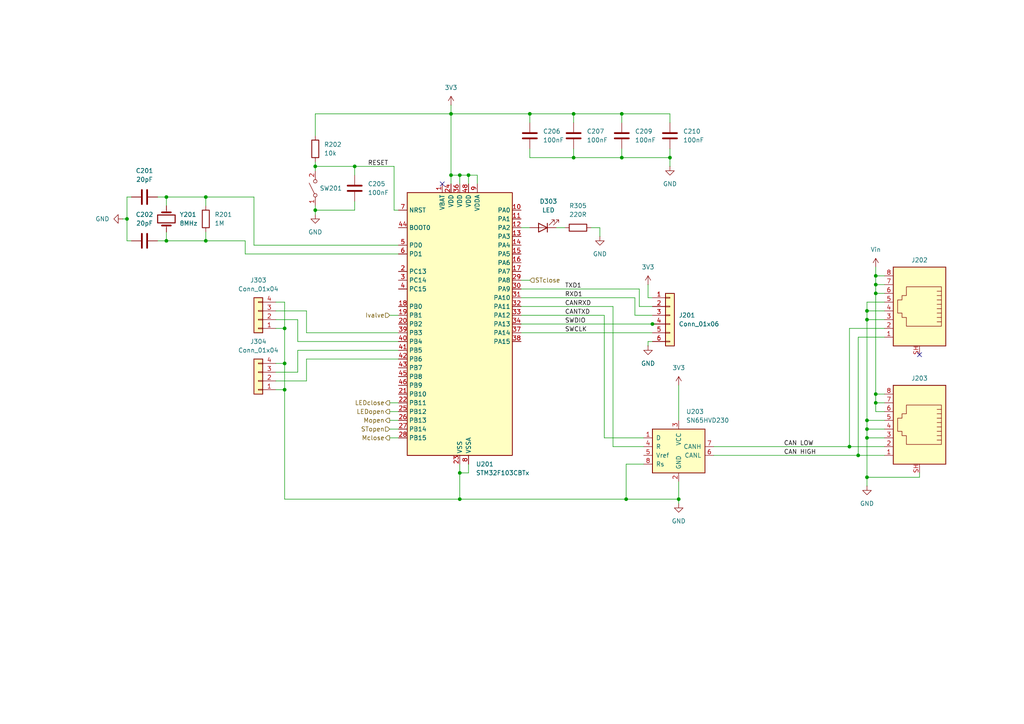
<source format=kicad_sch>
(kicad_sch (version 20250114) (generator "eeschema") (generator_version "9.0")
  (paper "A4")
  (lib_symbols
    (symbol "Connector:RJ45_Shielded" (pin_names (offset 1.016))
      (property "Reference" "J" (at -5.08 13.97 0))
      (property "Value" "RJ45_Shielded" (at 2.54 13.97 0))
      (symbol "RJ45_Shielded_0_1"
        (polyline (pts (xy -6.35 1.905) (xy -5.08 1.905) (xy -5.08 1.905)))
        (polyline (pts (xy -6.35 0.635) (xy -5.08 0.635) (xy -5.08 0.635)))
        (polyline (pts (xy -6.35 -0.635) (xy -5.08 -0.635) (xy -5.08 -0.635)))
        (polyline (pts (xy -6.35 -1.905) (xy -5.08 -1.905) (xy -5.08 -1.905)))
        (polyline (pts (xy -6.35 -3.175) (xy -5.08 -3.175) (xy -5.08 -3.175)))
        (polyline (pts (xy -6.35 -4.445) (xy -6.35 6.985) (xy 3.81 6.985) (xy 3.81 4.445) (xy 5.08 4.445) (xy 5.08 3.175) (xy 6.35 3.175) (xy 6.35 -0.635) (xy 5.08 -0.635) (xy 5.08 -1.905) (xy 3.81 -1.905) (xy 3.81 -4.445) (xy -6.35 -4.445) (xy -6.35 -4.445)))
        (polyline (pts (xy -5.08 5.715) (xy -6.35 5.715)))
        (polyline (pts (xy -5.08 4.445) (xy -6.35 4.445)))
        (polyline (pts (xy -5.08 3.175) (xy -6.35 3.175) (xy -6.35 3.175)))
        (rectangle (start 7.62 12.7) (end -7.62 -10.16) (stroke (width 0.254)) (fill (type background)))
      )
      (symbol "RJ45_Shielded_1_1"
        (pin passive line (at 0 -12.7 90) (length 2.54) (name "~") (number "SH"))
        (pin passive line (at 10.16 10.16 180) (length 2.54) (name "~") (number "8"))
        (pin passive line (at 10.16 7.62 180) (length 2.54) (name "~") (number "7"))
        (pin passive line (at 10.16 5.08 180) (length 2.54) (name "~") (number "6"))
        (pin passive line (at 10.16 2.54 180) (length 2.54) (name "~") (number "5"))
        (pin passive line (at 10.16 0 180) (length 2.54) (name "~") (number "4"))
        (pin passive line (at 10.16 -2.54 180) (length 2.54) (name "~") (number "3"))
        (pin passive line (at 10.16 -5.08 180) (length 2.54) (name "~") (number "2"))
        (pin passive line (at 10.16 -7.62 180) (length 2.54) (name "~") (number "1"))
      )
    )
    (symbol "Connector_Generic:Conn_01x04" (pin_names (offset 1.016) (hide yes))
      (property "Reference" "J" (at 0 5.08 0))
      (property "Value" "Conn_01x04" (at 0 -7.62 0))
      (symbol "Conn_01x04_1_1"
        (rectangle (start -1.27 3.81) (end 1.27 -6.35) (stroke (width 0.254)) (fill (type background)))
        (rectangle (start -1.27 2.667) (end 0 2.413) (stroke (width 0.1524)))
        (rectangle (start -1.27 0.127) (end 0 -0.127) (stroke (width 0.1524)))
        (rectangle (start -1.27 -2.413) (end 0 -2.667) (stroke (width 0.1524)))
        (rectangle (start -1.27 -4.953) (end 0 -5.207) (stroke (width 0.1524)))
        (pin passive line (at -5.08 2.54 0) (length 3.81) (name "Pin_1") (number "1"))
        (pin passive line (at -5.08 0 0) (length 3.81) (name "Pin_2") (number "2"))
        (pin passive line (at -5.08 -2.54 0) (length 3.81) (name "Pin_3") (number "3"))
        (pin passive line (at -5.08 -5.08 0) (length 3.81) (name "Pin_4") (number "4"))
      )
    )
    (symbol "Connector_Generic:Conn_01x06" (pin_names (offset 1.016) (hide yes))
      (property "Reference" "J" (at 0 7.62 0))
      (property "Value" "Conn_01x06" (at 0 -10.16 0))
      (symbol "Conn_01x06_1_1"
        (rectangle (start -1.27 6.35) (end 1.27 -8.89) (stroke (width 0.254)) (fill (type background)))
        (rectangle (start -1.27 5.207) (end 0 4.953) (stroke (width 0.1524)))
        (rectangle (start -1.27 2.667) (end 0 2.413) (stroke (width 0.1524)))
        (rectangle (start -1.27 0.127) (end 0 -0.127) (stroke (width 0.1524)))
        (rectangle (start -1.27 -2.413) (end 0 -2.667) (stroke (width 0.1524)))
        (rectangle (start -1.27 -4.953) (end 0 -5.207) (stroke (width 0.1524)))
        (rectangle (start -1.27 -7.493) (end 0 -7.747) (stroke (width 0.1524)))
        (pin passive line (at -5.08 5.08 0) (length 3.81) (name "Pin_1") (number "1"))
        (pin passive line (at -5.08 2.54 0) (length 3.81) (name "Pin_2") (number "2"))
        (pin passive line (at -5.08 0 0) (length 3.81) (name "Pin_3") (number "3"))
        (pin passive line (at -5.08 -2.54 0) (length 3.81) (name "Pin_4") (number "4"))
        (pin passive line (at -5.08 -5.08 0) (length 3.81) (name "Pin_5") (number "5"))
        (pin passive line (at -5.08 -7.62 0) (length 3.81) (name "Pin_6") (number "6"))
      )
    )
    (symbol "Device:C" (pin_numbers (hide yes)) (pin_names (offset 0.254))
      (property "Reference" "C" (at 0.635 2.54 0))
      (property "Value" "C" (at 0.635 -2.54 0))
      (symbol "C_0_1"
        (polyline (pts (xy -2.032 0.762) (xy 2.032 0.762)) (stroke (width 0.508)))
        (polyline (pts (xy -2.032 -0.762) (xy 2.032 -0.762)) (stroke (width 0.508)))
      )
      (symbol "C_1_1"
        (pin passive line (at 0 3.81 270) (length 2.794) (name "~") (number "1"))
        (pin passive line (at 0 -3.81 90) (length 2.794) (name "~") (number "2"))
      )
    )
    (symbol "Device:Crystal" (pin_numbers (hide yes)) (pin_names (offset 1.016) (hide yes))
      (property "Reference" "Y" (at 0 3.81 0))
      (property "Value" "Crystal" (at 0 -3.81 0))
      (symbol "Crystal_0_1"
        (polyline (pts (xy -2.54 0) (xy -1.905 0)))
        (polyline (pts (xy -1.905 -1.27) (xy -1.905 1.27)) (stroke (width 0.508)))
        (rectangle (start -1.143 2.54) (end 1.143 -2.54) (stroke (width 0.3048)))
        (polyline (pts (xy 1.905 -1.27) (xy 1.905 1.27)) (stroke (width 0.508)))
        (polyline (pts (xy 2.54 0) (xy 1.905 0)))
      )
      (symbol "Crystal_1_1"
        (pin passive line (at -3.81 0 0) (length 1.27) (name "1") (number "1"))
        (pin passive line (at 3.81 0 180) (length 1.27) (name "2") (number "2"))
      )
    )
    (symbol "Device:LED" (pin_numbers (hide yes)) (pin_names (offset 1.016) (hide yes))
      (property "Reference" "D" (at 0 2.54 0))
      (property "Value" "LED" (at 0 -2.54 0))
      (symbol "LED_0_1"
        (polyline (pts (xy -3.048 -0.762) (xy -4.572 -2.286) (xy -3.81 -2.286) (xy -4.572 -2.286) (xy -4.572 -1.524)))
        (polyline (pts (xy -1.778 -0.762) (xy -3.302 -2.286) (xy -2.54 -2.286) (xy -3.302 -2.286) (xy -3.302 -1.524)))
        (polyline (pts (xy -1.27 0) (xy 1.27 0)))
        (polyline (pts (xy -1.27 -1.27) (xy -1.27 1.27)) (stroke (width 0.254)))
        (polyline (pts (xy 1.27 -1.27) (xy 1.27 1.27) (xy -1.27 0) (xy 1.27 -1.27)) (stroke (width 0.254)))
      )
      (symbol "LED_1_1"
        (pin passive line (at -3.81 0 0) (length 2.54) (name "K") (number "1"))
        (pin passive line (at 3.81 0 180) (length 2.54) (name "A") (number "2"))
      )
    )
    (symbol "Device:R" (pin_numbers (hide yes)) (pin_names (offset 0))
      (property "Reference" "R" (at 2.032 0 90))
      (property "Value" "R" (at 0 0 90))
      (symbol "R_0_1"
        (rectangle (start -1.016 -2.54) (end 1.016 2.54) (stroke (width 0.254)))
      )
      (symbol "R_1_1"
        (pin passive line (at 0 3.81 270) (length 1.27) (name "~") (number "1"))
        (pin passive line (at 0 -3.81 90) (length 1.27) (name "~") (number "2"))
      )
    )
    (symbol "Interface_CAN_LIN:SN65HVD230" (pin_names (offset 1.016))
      (property "Reference" "U" (at -2.54 10.16 0))
      (property "Value" "SN65HVD230" (at -2.54 7.62 0))
      (symbol "SN65HVD230_0_1"
        (rectangle (start -7.62 5.08) (end 7.62 -7.62) (stroke (width 0.254)) (fill (type background)))
      )
      (symbol "SN65HVD230_1_1"
        (pin input line (at -10.16 2.54 0) (length 2.54) (name "D") (number "1"))
        (pin output line (at -10.16 0 0) (length 2.54) (name "R") (number "4"))
        (pin output line (at -10.16 -2.54 0) (length 2.54) (name "Vref") (number "5"))
        (pin input line (at -10.16 -5.08 0) (length 2.54) (name "Rs") (number "8"))
        (pin power_in line (at 0 7.62 270) (length 2.54) (name "VCC") (number "3"))
        (pin power_in line (at 0 -10.16 90) (length 2.54) (name "GND") (number "2"))
        (pin bidirectional line (at 10.16 0 180) (length 2.54) (name "CANH") (number "7"))
        (pin bidirectional line (at 10.16 -2.54 180) (length 2.54) (name "CANL") (number "6"))
      )
    )
    (symbol "MCU_ST_STM32F1:STM32F103CBTx"
      (property "Reference" "U" (at -15.24 39.37 0))
      (property "Value" "STM32F103CBTx" (at 7.62 39.37 0))
      (symbol "STM32F103CBTx_0_1"
        (rectangle (start -15.24 -38.1) (end 15.24 38.1) (stroke (width 0.254)) (fill (type background)))
      )
      (symbol "STM32F103CBTx_1_1"
        (pin input line (at -17.78 33.02 0) (length 2.54) (name "NRST") (number "7"))
        (pin input line (at -17.78 27.94 0) (length 2.54) (name "BOOT0") (number "44"))
        (pin bidirectional line (at -17.78 22.86 0) (length 2.54) (name "PD0") (number "5"))
        (pin bidirectional line (at -17.78 20.32 0) (length 2.54) (name "PD1") (number "6"))
        (pin bidirectional line (at -17.78 15.24 0) (length 2.54) (name "PC13") (number "2"))
        (pin bidirectional line (at -17.78 12.7 0) (length 2.54) (name "PC14") (number "3"))
        (pin bidirectional line (at -17.78 10.16 0) (length 2.54) (name "PC15") (number "4"))
        (pin bidirectional line (at -17.78 5.08 0) (length 2.54) (name "PB0") (number "18"))
        (pin bidirectional line (at -17.78 2.54 0) (length 2.54) (name "PB1") (number "19"))
        (pin bidirectional line (at -17.78 0 0) (length 2.54) (name "PB2") (number "20"))
        (pin bidirectional line (at -17.78 -2.54 0) (length 2.54) (name "PB3") (number "39"))
        (pin bidirectional line (at -17.78 -5.08 0) (length 2.54) (name "PB4") (number "40"))
        (pin bidirectional line (at -17.78 -7.62 0) (length 2.54) (name "PB5") (number "41"))
        (pin bidirectional line (at -17.78 -10.16 0) (length 2.54) (name "PB6") (number "42"))
        (pin bidirectional line (at -17.78 -12.7 0) (length 2.54) (name "PB7") (number "43"))
        (pin bidirectional line (at -17.78 -15.24 0) (length 2.54) (name "PB8") (number "45"))
        (pin bidirectional line (at -17.78 -17.78 0) (length 2.54) (name "PB9") (number "46"))
        (pin bidirectional line (at -17.78 -20.32 0) (length 2.54) (name "PB10") (number "21"))
        (pin bidirectional line (at -17.78 -22.86 0) (length 2.54) (name "PB11") (number "22"))
        (pin bidirectional line (at -17.78 -25.4 0) (length 2.54) (name "PB12") (number "25"))
        (pin bidirectional line (at -17.78 -27.94 0) (length 2.54) (name "PB13") (number "26"))
        (pin bidirectional line (at -17.78 -30.48 0) (length 2.54) (name "PB14") (number "27"))
        (pin bidirectional line (at -17.78 -33.02 0) (length 2.54) (name "PB15") (number "28"))
        (pin power_in line (at -5.08 40.64 270) (length 2.54) (name "VBAT") (number "1"))
        (pin power_in line (at -2.54 40.64 270) (length 2.54) (name "VDD") (number "24"))
        (pin power_in line (at 0 40.64 270) (length 2.54) (name "VDD") (number "36"))
        (pin power_in line (at 0 -40.64 90) (length 2.54) (name "VSS") (number "23"))
        (pin passive line (at 0 -40.64 90) (length 2.54) (hide yes) (name "VSS") (number "35"))
        (pin passive line (at 0 -40.64 90) (length 2.54) (hide yes) (name "VSS") (number "47"))
        (pin power_in line (at 2.54 40.64 270) (length 2.54) (name "VDD") (number "48"))
        (pin power_in line (at 2.54 -40.64 90) (length 2.54) (name "VSSA") (number "8"))
        (pin power_in line (at 5.08 40.64 270) (length 2.54) (name "VDDA") (number "9"))
        (pin bidirectional line (at 17.78 33.02 180) (length 2.54) (name "PA0") (number "10"))
        (pin bidirectional line (at 17.78 30.48 180) (length 2.54) (name "PA1") (number "11"))
        (pin bidirectional line (at 17.78 27.94 180) (length 2.54) (name "PA2") (number "12"))
        (pin bidirectional line (at 17.78 25.4 180) (length 2.54) (name "PA3") (number "13"))
        (pin bidirectional line (at 17.78 22.86 180) (length 2.54) (name "PA4") (number "14"))
        (pin bidirectional line (at 17.78 20.32 180) (length 2.54) (name "PA5") (number "15"))
        (pin bidirectional line (at 17.78 17.78 180) (length 2.54) (name "PA6") (number "16"))
        (pin bidirectional line (at 17.78 15.24 180) (length 2.54) (name "PA7") (number "17"))
        (pin bidirectional line (at 17.78 12.7 180) (length 2.54) (name "PA8") (number "29"))
        (pin bidirectional line (at 17.78 10.16 180) (length 2.54) (name "PA9") (number "30"))
        (pin bidirectional line (at 17.78 7.62 180) (length 2.54) (name "PA10") (number "31"))
        (pin bidirectional line (at 17.78 5.08 180) (length 2.54) (name "PA11") (number "32"))
        (pin bidirectional line (at 17.78 2.54 180) (length 2.54) (name "PA12") (number "33"))
        (pin bidirectional line (at 17.78 0 180) (length 2.54) (name "PA13") (number "34"))
        (pin bidirectional line (at 17.78 -2.54 180) (length 2.54) (name "PA14") (number "37"))
        (pin bidirectional line (at 17.78 -5.08 180) (length 2.54) (name "PA15") (number "38"))
      )
    )
    (symbol "Switch:SW_SPST" (pin_names (offset 0) (hide yes))
      (property "Reference" "SW" (at 0 3.175 0))
      (property "Value" "SW_SPST" (at 0 -2.54 0))
      (symbol "SW_SPST_0_0"
        (circle (center -2.032 0) (radius 0.508))
        (polyline (pts (xy -1.524 0.254) (xy 1.524 1.778)))
        (circle (center 2.032 0) (radius 0.508))
      )
      (symbol "SW_SPST_1_1"
        (pin passive line (at -5.08 0 0) (length 2.54) (name "A") (number "1"))
        (pin passive line (at 5.08 0 180) (length 2.54) (name "B") (number "2"))
      )
    )
    (symbol "power:GND" (power) (pin_numbers (hide yes)) (pin_names (offset 0) (hide yes))
      (property "Value" "GND" (at 0 -3.81 0))
      (symbol "GND_0_1"
        (polyline (pts (xy 0 0) (xy 0 -1.27) (xy 1.27 -1.27) (xy 0 -2.54) (xy -1.27 -1.27) (xy 0 -1.27)))
      )
      (symbol "GND_1_1"
        (pin power_in line (at 0 0 270) (length 0) (name "~") (number "1"))
      )
    )
    (symbol "power:VDD" (power) (pin_numbers (hide yes)) (pin_names (offset 0) (hide yes))
      (property "Value" "VDD" (at 0 3.556 0))
      (symbol "VDD_0_1"
        (polyline (pts (xy -0.762 1.27) (xy 0 2.54)))
        (polyline (pts (xy 0 2.54) (xy 0.762 1.27)))
        (polyline (pts (xy 0 0) (xy 0 2.54)))
      )
      (symbol "VDD_1_1"
        (pin power_in line (at 0 0 90) (length 0) (name "~") (number "1"))
      )
    )
  )
  (junction (at 251.46 90.17))
  (junction (at 180.34 45.72))
  (junction (at 254 114.3))
  (junction (at 189.23 93.98))
  (junction (at 194.31 45.72))
  (junction (at 133.35 137.16))
  (junction (at 180.34 33.02))
  (junction (at 59.69 69.85))
  (junction (at 91.44 48.26))
  (junction (at 82.55 113.03))
  (junction (at 254 116.84))
  (junction (at 36.83 63.5))
  (junction (at 153.67 33.02))
  (junction (at 254 85.09))
  (junction (at 102.87 48.26))
  (junction (at 133.35 50.8))
  (junction (at 251.46 92.71))
  (junction (at 59.69 57.15))
  (junction (at 135.89 50.8))
  (junction (at 48.26 57.15))
  (junction (at 254 82.55))
  (junction (at 166.37 33.02))
  (junction (at 166.37 45.72))
  (junction (at 248.92 132.08))
  (junction (at 48.26 69.85))
  (junction (at 251.46 124.46))
  (junction (at 251.46 138.43))
  (junction (at 130.81 50.8))
  (junction (at 130.81 33.02))
  (junction (at 181.61 144.78))
  (junction (at 91.44 60.96))
  (junction (at 251.46 121.92))
  (junction (at 251.46 127))
  (junction (at 82.55 105.41))
  (junction (at 196.85 144.78))
  (junction (at 246.38 129.54))
  (junction (at 133.35 144.78))
  (junction (at 82.55 95.25))
  (junction (at 254 80.01))
  (no_connect (at 128.27 53.34))
  (no_connect (at 266.7 102.87))
  (wire (pts (xy 86.36 92.71) (xy 80.01 92.71)))
  (wire (pts (xy 82.55 144.78) (xy 133.35 144.78)))
  (wire (pts (xy 73.66 71.12) (xy 73.66 57.15)))
  (wire (pts (xy 187.96 99.06) (xy 189.23 99.06)))
  (wire (pts (xy 248.92 132.08) (xy 248.92 97.79)))
  (wire (pts (xy 171.45 66.04) (xy 173.99 66.04)))
  (wire (pts (xy 151.13 91.44) (xy 175.26 91.44)))
  (wire (pts (xy 88.9 104.14) (xy 88.9 110.49)))
  (wire (pts (xy 180.34 45.72) (xy 194.31 45.72)))
  (wire (pts (xy 88.9 96.52) (xy 88.9 90.17)))
  (wire (pts (xy 173.99 66.04) (xy 173.99 68.58)))
  (wire (pts (xy 113.03 127) (xy 115.57 127)))
  (wire (pts (xy 133.35 134.62) (xy 133.35 137.16)))
  (wire (pts (xy 138.43 50.8) (xy 135.89 50.8)))
  (wire (pts (xy 256.54 116.84) (xy 254 116.84)))
  (wire (pts (xy 153.67 33.02) (xy 153.67 35.56)))
  (wire (pts (xy 256.54 119.38) (xy 254 119.38)))
  (wire (pts (xy 135.89 134.62) (xy 135.89 137.16)))
  (wire (pts (xy 35.56 63.5) (xy 36.83 63.5)))
  (wire (pts (xy 256.54 124.46) (xy 251.46 124.46)))
  (wire (pts (xy 73.66 57.15) (xy 59.69 57.15)))
  (wire (pts (xy 82.55 95.25) (xy 82.55 105.41)))
  (wire (pts (xy 36.83 57.15) (xy 38.1 57.15)))
  (wire (pts (xy 91.44 49.53) (xy 91.44 48.26)))
  (wire (pts (xy 190.5 93.98) (xy 189.23 93.98)))
  (wire (pts (xy 130.81 33.02) (xy 153.67 33.02)))
  (wire (pts (xy 151.13 96.52) (xy 189.23 96.52)))
  (wire (pts (xy 115.57 71.12) (xy 73.66 71.12)))
  (wire (pts (xy 151.13 81.28) (xy 153.67 81.28)))
  (wire (pts (xy 115.57 73.66) (xy 71.12 73.66)))
  (wire (pts (xy 86.36 107.95) (xy 80.01 107.95)))
  (wire (pts (xy 254 119.38) (xy 254 116.84)))
  (wire (pts (xy 130.81 30.48) (xy 130.81 33.02)))
  (wire (pts (xy 130.81 50.8) (xy 130.81 33.02)))
  (wire (pts (xy 251.46 92.71) (xy 251.46 90.17)))
  (wire (pts (xy 180.34 43.18) (xy 180.34 45.72)))
  (wire (pts (xy 196.85 139.7) (xy 196.85 144.78)))
  (wire (pts (xy 59.69 57.15) (xy 48.26 57.15)))
  (wire (pts (xy 102.87 58.42) (xy 102.87 60.96)))
  (wire (pts (xy 45.72 57.15) (xy 48.26 57.15)))
  (wire (pts (xy 135.89 53.34) (xy 135.89 50.8)))
  (wire (pts (xy 254 85.09) (xy 254 82.55)))
  (wire (pts (xy 248.92 132.08) (xy 256.54 132.08)))
  (wire (pts (xy 133.35 137.16) (xy 133.35 144.78)))
  (wire (pts (xy 207.01 129.54) (xy 246.38 129.54)))
  (wire (pts (xy 115.57 104.14) (xy 88.9 104.14)))
  (wire (pts (xy 153.67 33.02) (xy 166.37 33.02)))
  (wire (pts (xy 71.12 69.85) (xy 59.69 69.85)))
  (wire (pts (xy 180.34 33.02) (xy 166.37 33.02)))
  (wire (pts (xy 246.38 129.54) (xy 256.54 129.54)))
  (wire (pts (xy 254 82.55) (xy 256.54 82.55)))
  (wire (pts (xy 86.36 99.06) (xy 86.36 92.71)))
  (wire (pts (xy 207.01 132.08) (xy 248.92 132.08)))
  (wire (pts (xy 251.46 121.92) (xy 256.54 121.92)))
  (wire (pts (xy 153.67 45.72) (xy 166.37 45.72)))
  (wire (pts (xy 88.9 90.17) (xy 80.01 90.17)))
  (wire (pts (xy 115.57 96.52) (xy 88.9 96.52)))
  (wire (pts (xy 113.03 91.44) (xy 115.57 91.44)))
  (wire (pts (xy 161.29 66.04) (xy 163.83 66.04)))
  (wire (pts (xy 48.26 57.15) (xy 48.26 59.69)))
  (wire (pts (xy 175.26 127) (xy 186.69 127)))
  (wire (pts (xy 246.38 95.25) (xy 256.54 95.25)))
  (wire (pts (xy 184.15 91.44) (xy 189.23 91.44)))
  (wire (pts (xy 113.03 116.84) (xy 115.57 116.84)))
  (wire (pts (xy 36.83 63.5) (xy 36.83 57.15)))
  (wire (pts (xy 254 114.3) (xy 254 116.84)))
  (wire (pts (xy 266.7 138.43) (xy 266.7 137.16)))
  (wire (pts (xy 184.15 86.36) (xy 184.15 91.44)))
  (wire (pts (xy 175.26 91.44) (xy 175.26 127)))
  (wire (pts (xy 181.61 134.62) (xy 186.69 134.62)))
  (wire (pts (xy 115.57 60.96) (xy 114.3 60.96)))
  (wire (pts (xy 113.03 119.38) (xy 115.57 119.38)))
  (wire (pts (xy 36.83 69.85) (xy 36.83 63.5)))
  (wire (pts (xy 102.87 60.96) (xy 91.44 60.96)))
  (wire (pts (xy 59.69 57.15) (xy 59.69 59.69)))
  (wire (pts (xy 48.26 69.85) (xy 48.26 67.31)))
  (wire (pts (xy 82.55 105.41) (xy 82.55 113.03)))
  (wire (pts (xy 133.35 144.78) (xy 181.61 144.78)))
  (wire (pts (xy 196.85 144.78) (xy 196.85 146.05)))
  (wire (pts (xy 114.3 60.96) (xy 114.3 48.26)))
  (wire (pts (xy 130.81 53.34) (xy 130.81 50.8)))
  (wire (pts (xy 91.44 46.99) (xy 91.44 48.26)))
  (wire (pts (xy 91.44 48.26) (xy 102.87 48.26)))
  (wire (pts (xy 251.46 138.43) (xy 266.7 138.43)))
  (wire (pts (xy 151.13 93.98) (xy 189.23 93.98)))
  (wire (pts (xy 256.54 85.09) (xy 254 85.09)))
  (wire (pts (xy 138.43 53.34) (xy 138.43 50.8)))
  (wire (pts (xy 71.12 73.66) (xy 71.12 69.85)))
  (wire (pts (xy 91.44 33.02) (xy 130.81 33.02)))
  (wire (pts (xy 185.42 83.82) (xy 185.42 88.9)))
  (wire (pts (xy 251.46 124.46) (xy 251.46 127)))
  (wire (pts (xy 181.61 144.78) (xy 196.85 144.78)))
  (wire (pts (xy 113.03 121.92) (xy 115.57 121.92)))
  (wire (pts (xy 88.9 110.49) (xy 80.01 110.49)))
  (wire (pts (xy 91.44 60.96) (xy 91.44 62.23)))
  (wire (pts (xy 196.85 111.76) (xy 196.85 121.92)))
  (wire (pts (xy 38.1 69.85) (xy 36.83 69.85)))
  (wire (pts (xy 153.67 43.18) (xy 153.67 45.72)))
  (wire (pts (xy 166.37 43.18) (xy 166.37 45.72)))
  (wire (pts (xy 246.38 129.54) (xy 246.38 95.25)))
  (wire (pts (xy 187.96 86.36) (xy 189.23 86.36)))
  (wire (pts (xy 254 85.09) (xy 254 114.3)))
  (wire (pts (xy 151.13 88.9) (xy 177.8 88.9)))
  (wire (pts (xy 256.54 87.63) (xy 251.46 87.63)))
  (wire (pts (xy 254 77.47) (xy 254 80.01)))
  (wire (pts (xy 91.44 39.37) (xy 91.44 33.02)))
  (wire (pts (xy 251.46 92.71) (xy 256.54 92.71)))
  (wire (pts (xy 82.55 87.63) (xy 82.55 95.25)))
  (wire (pts (xy 86.36 101.6) (xy 86.36 107.95)))
  (wire (pts (xy 187.96 99.06) (xy 187.96 100.33)))
  (wire (pts (xy 194.31 45.72) (xy 194.31 43.18)))
  (wire (pts (xy 133.35 50.8) (xy 130.81 50.8)))
  (wire (pts (xy 151.13 66.04) (xy 153.67 66.04)))
  (wire (pts (xy 166.37 35.56) (xy 166.37 33.02)))
  (wire (pts (xy 177.8 88.9) (xy 177.8 129.54)))
  (wire (pts (xy 133.35 53.34) (xy 133.35 50.8)))
  (wire (pts (xy 151.13 83.82) (xy 185.42 83.82)))
  (wire (pts (xy 251.46 87.63) (xy 251.46 90.17)))
  (wire (pts (xy 113.03 124.46) (xy 115.57 124.46)))
  (wire (pts (xy 251.46 138.43) (xy 251.46 140.97)))
  (wire (pts (xy 91.44 59.69) (xy 91.44 60.96)))
  (wire (pts (xy 251.46 127) (xy 251.46 138.43)))
  (wire (pts (xy 80.01 87.63) (xy 82.55 87.63)))
  (wire (pts (xy 82.55 113.03) (xy 82.55 144.78)))
  (wire (pts (xy 251.46 127) (xy 256.54 127)))
  (wire (pts (xy 59.69 69.85) (xy 48.26 69.85)))
  (wire (pts (xy 151.13 86.36) (xy 184.15 86.36)))
  (wire (pts (xy 45.72 69.85) (xy 48.26 69.85)))
  (wire (pts (xy 135.89 50.8) (xy 133.35 50.8)))
  (wire (pts (xy 185.42 88.9) (xy 189.23 88.9)))
  (wire (pts (xy 251.46 92.71) (xy 251.46 121.92)))
  (wire (pts (xy 248.92 97.79) (xy 256.54 97.79)))
  (wire (pts (xy 114.3 48.26) (xy 102.87 48.26)))
  (wire (pts (xy 194.31 45.72) (xy 194.31 48.26)))
  (wire (pts (xy 80.01 95.25) (xy 82.55 95.25)))
  (wire (pts (xy 186.69 129.54) (xy 177.8 129.54)))
  (wire (pts (xy 180.34 33.02) (xy 180.34 35.56)))
  (wire (pts (xy 59.69 67.31) (xy 59.69 69.85)))
  (wire (pts (xy 254 80.01) (xy 254 82.55)))
  (wire (pts (xy 115.57 101.6) (xy 86.36 101.6)))
  (wire (pts (xy 166.37 45.72) (xy 180.34 45.72)))
  (wire (pts (xy 115.57 99.06) (xy 86.36 99.06)))
  (wire (pts (xy 181.61 134.62) (xy 181.61 144.78)))
  (wire (pts (xy 256.54 114.3) (xy 254 114.3)))
  (wire (pts (xy 102.87 48.26) (xy 102.87 50.8)))
  (wire (pts (xy 194.31 35.56) (xy 194.31 33.02)))
  (wire (pts (xy 80.01 105.41) (xy 82.55 105.41)))
  (wire (pts (xy 256.54 90.17) (xy 251.46 90.17)))
  (wire (pts (xy 135.89 137.16) (xy 133.35 137.16)))
  (wire (pts (xy 194.31 33.02) (xy 180.34 33.02)))
  (wire (pts (xy 251.46 121.92) (xy 251.46 124.46)))
  (wire (pts (xy 254 80.01) (xy 256.54 80.01)))
  (wire (pts (xy 80.01 113.03) (xy 82.55 113.03)))
  (wire (pts (xy 187.96 82.55) (xy 187.96 86.36)))
  (label "CAN LOW" (at 227.33 129.54 0))
  (label "SWCLK" (at 163.83 96.52 0))
  (label "RXD1" (at 163.83 86.36 0))
  (label "RESET" (at 106.68 48.26 0))
  (label "CANRXD" (at 163.83 88.9 0))
  (label "CAN HIGH" (at 227.33 132.08 0))
  (label "CANTXD" (at 163.83 91.44 0))
  (label "TXD1" (at 163.83 83.82 0))
  (label "SWDIO" (at 163.83 93.98 0))
  (hierarchical_label "LEDclose" (shape output) (at 113.03 116.84 180))
  (hierarchical_label "Mclose" (shape output) (at 113.03 127 180))
  (hierarchical_label "Mopen" (shape output) (at 113.03 121.92 180))
  (hierarchical_label "Ivalve" (shape input) (at 113.03 91.44 180))
  (hierarchical_label "STclose" (shape input) (at 153.67 81.28 0))
  (hierarchical_label "STopen" (shape input) (at 113.03 124.46 180))
  (hierarchical_label "LEDopen" (shape output) (at 113.03 119.38 180))
  (symbol (lib_id "Switch:SW_SPST") (at 91.44 54.61 90) (unit 1)
    (property "Reference" "SW201" (at 92.71 54.6099 90) (effects (justify right)))
    (property "Value" "TS-1088" (effects (hide yes)))
    (property "Footprint" "Projekt:TS-1088" (effects (hide yes)))
    (property "Description" "Single Pole Single Throw (SPST) switch" (effects (hide yes)))
    (property "LCSC" "C720477" (effects (hide yes)))
  )
  (symbol (lib_id "power:GND") (at 251.46 140.97 0) (unit 1)
    (property "Reference" "#PWR0212" (effects (hide yes)))
    (property "Value" "GND" (at 251.46 146.05 0))
    (property "Description" "Power symbol creates a global label with name \"GND\" , ground" (effects (hide yes)))
  )
  (symbol (lib_id "Device:C") (at 41.91 57.15 90) (unit 1)
    (property "Reference" "C201" (at 41.91 49.53 90))
    (property "Value" "20pF" (at 41.91 52.07 90))
    (property "Footprint" "Capacitor_SMD:C_0402_1005Metric" (effects (hide yes)))
    (property "Description" "Unpolarized capacitor" (effects (hide yes)))
    (property "LCSC" "C1554" (effects (hide yes)))
  )
  (symbol (lib_id "power:VDD") (at 254 77.47 0) (unit 1)
    (property "Reference" "#PWR0211" (effects (hide yes)))
    (property "Value" "Vin" (at 254 72.39 0))
    (property "Description" "Power symbol creates a global label with name \"VDD\"" (effects (hide yes)))
  )
  (symbol (lib_id "Connector:RJ45_Shielded") (at 266.7 124.46 0) (mirror y) (unit 1)
    (property "Reference" "J203" (at 266.7 109.728 0))
    (property "Value" "RJ45_Shielded" (effects (hide yes)))
    (property "Footprint" "Projekt:RJ45_SH" (effects (hide yes)))
    (property "Description" "RJ connector, 8P8C (8 positions 8 connected), Shielded" (effects (hide yes)))
    (property "LCSC" "C386763" (effects (hide yes)))
  )
  (symbol (lib_id "Device:R") (at 91.44 43.18 0) (unit 1)
    (property "Reference" "R202" (at 93.98 41.9099 0) (effects (justify left)))
    (property "Value" "10k" (at 93.98 44.4499 0) (effects (justify left)))
    (property "Footprint" "Resistor_SMD:R_0402_1005Metric" (effects (hide yes)))
    (property "Description" "Resistor" (effects (hide yes)))
  )
  (symbol (lib_id "Connector:RJ45_Shielded") (at 266.7 90.17 0) (mirror y) (unit 1)
    (property "Reference" "J202" (at 266.7 75.438 0))
    (property "Value" "RJ45_Shielded" (effects (hide yes)))
    (property "Footprint" "Projekt:RJ45_SH" (effects (hide yes)))
    (property "Description" "RJ connector, 8P8C (8 positions 8 connected), Shielded" (effects (hide yes)))
    (property "LCSC" "C386763" (effects (hide yes)))
  )
  (symbol (lib_id "power:VDD") (at 196.85 111.76 0) (unit 1)
    (property "Reference" "#PWR0207" (effects (hide yes)))
    (property "Value" "3V3" (at 196.85 106.68 0))
    (property "Description" "Power symbol creates a global label with name \"VDD\"" (effects (hide yes)))
  )
  (symbol (lib_id "MCU_ST_STM32F1:STM32F103CBTx") (at 133.35 93.98 0) (unit 1)
    (property "Reference" "U201" (at 138.0333 134.62 0) (effects (justify left)))
    (property "Value" "STM32F103CBTx" (at 138.0333 137.16 0) (effects (justify left)))
    (property "Footprint" "Package_QFP:LQFP-48_7x7mm_P0.5mm" (effects (hide yes)))
    (property "Datasheet" "https://www.st.com/resource/en/datasheet/stm32f103cb.pdf" (effects (hide yes)))
    (property "Description" "STMicroelectronics Arm Cortex-M3 MCU, 128KB flash, 20KB RAM, 72 MHz, 2.0-3.6V, 37 GPIO, LQFP48" (effects (hide yes)))
  )
  (symbol (lib_id "Connector_Generic:Conn_01x06") (at 194.31 91.44 0) (unit 1)
    (property "Reference" "J201" (at 196.85 91.4399 0) (effects (justify left)))
    (property "Value" "Conn_01x06" (at 196.85 93.9799 0) (effects (justify left)))
    (property "Footprint" "Projekt:JTAG" (effects (hide yes)))
    (property "Description" "Generic connector, single row, 01x06, script generated (kicad-library-utils/schlib/autogen/connector/)" (effects (hide yes)))
  )
  (symbol (lib_id "power:GND") (at 91.44 62.23 0) (unit 1)
    (property "Reference" "#PWR0203" (effects (hide yes)))
    (property "Value" "GND" (at 91.44 67.31 0))
    (property "Description" "Power symbol creates a global label with name \"GND\" , ground" (effects (hide yes)))
  )
  (symbol (lib_id "Device:C") (at 166.37 39.37 0) (unit 1)
    (property "Reference" "C207" (at 170.18 38.0999 0) (effects (justify left)))
    (property "Value" "100nF" (at 170.18 40.6399 0) (effects (justify left)))
    (property "Footprint" "Capacitor_SMD:C_0402_1005Metric" (effects (hide yes)))
    (property "Description" "Unpolarized capacitor" (effects (hide yes)))
    (property "LCSC" "C1525" (effects (hide yes)))
  )
  (symbol (lib_id "power:GND") (at 196.85 146.05 0) (unit 1)
    (property "Reference" "#PWR0210" (effects (hide yes)))
    (property "Value" "GND" (at 196.85 151.13 0))
    (property "Description" "Power symbol creates a global label with name \"GND\" , ground" (effects (hide yes)))
  )
  (symbol (lib_id "Device:Crystal") (at 48.26 63.5 90) (unit 1)
    (property "Reference" "Y201" (at 52.07 62.2299 90) (effects (justify right)))
    (property "Value" "8MHz" (at 52.07 64.7699 90) (effects (justify right)))
    (property "Footprint" "Crystal:Crystal_SMD_5032-2Pin_5.0x3.2mm" (effects (hide yes)))
    (property "Description" "Two pin crystal" (effects (hide yes)))
    (property "LCSC" "C115962" (effects (hide yes)))
  )
  (symbol (lib_id "Device:LED") (at 157.48 66.04 180) (unit 1)
    (property "Reference" "D303" (at 159.0675 58.42 0))
    (property "Value" "LED" (at 159.0675 60.96 0))
    (property "Footprint" "LED_SMD:LED_0603_1608Metric" (effects (hide yes)))
    (property "Description" "Light emitting diode" (effects (hide yes)))
    (property "Sim.Pins" "1=K 2=A" (effects (hide yes)))
    (property "LCSC" "C2286" (effects (hide yes)))
  )
  (symbol (lib_id "Interface_CAN_LIN:SN65HVD230") (at 196.85 129.54 0) (unit 1)
    (property "Reference" "U203" (at 198.9933 119.38 0) (effects (justify left)))
    (property "Value" "SN65HVD230" (at 198.9933 121.92 0) (effects (justify left)))
    (property "Footprint" "Package_SO:SOIC-8_3.9x4.9mm_P1.27mm" (effects (hide yes)))
    (property "Datasheet" "http://www.ti.com/lit/ds/symlink/sn65hvd230.pdf" (effects (hide yes)))
    (property "Description" "CAN Bus Transceivers, 3.3V, 1Mbps, Low-Power capabilities, SOIC-8" (effects (hide yes)))
  )
  (symbol (lib_id "power:VDD") (at 187.96 82.55 0) (unit 1)
    (property "Reference" "#PWR0205" (effects (hide yes)))
    (property "Value" "3V3" (at 187.96 77.47 0))
    (property "Description" "Power symbol creates a global label with name \"VDD\"" (effects (hide yes)))
  )
  (symbol (lib_id "power:GND") (at 187.96 100.33 0) (unit 1)
    (property "Reference" "#PWR0206" (effects (hide yes)))
    (property "Value" "GND" (at 187.96 105.41 0))
    (property "Description" "Power symbol creates a global label with name \"GND\" , ground" (effects (hide yes)))
  )
  (symbol (lib_id "Connector_Generic:Conn_01x04") (at 74.93 92.71 180) (unit 1)
    (property "Reference" "J303" (at 74.93 81.28 0))
    (property "Value" "Conn_01x04" (at 74.93 83.82 0))
    (property "Footprint" "Connector_JST:JST_PH_B4B-PH-K_1x04_P2.00mm_Vertical" (effects (hide yes)))
    (property "Description" "Generic connector, single row, 01x04, script generated (kicad-library-utils/schlib/autogen/connector/)" (effects (hide yes)))
  )
  (symbol (lib_id "Device:R") (at 167.64 66.04 270) (unit 1)
    (property "Reference" "R305" (at 167.64 59.69 90))
    (property "Value" "220R" (at 167.64 62.23 90))
    (property "Footprint" "Resistor_SMD:R_0402_1005Metric" (effects (hide yes)))
    (property "Description" "Resistor" (effects (hide yes)))
    (property "LCSC" "C25091" (effects (hide yes)))
  )
  (symbol (lib_id "Device:R") (at 59.69 63.5 0) (unit 1)
    (property "Reference" "R201" (at 62.23 62.2299 0) (effects (justify left)))
    (property "Value" "1M" (at 62.23 64.7699 0) (effects (justify left)))
    (property "Footprint" "Resistor_SMD:R_0402_1005Metric" (effects (hide yes)))
    (property "Description" "Resistor" (effects (hide yes)))
    (property "LCSC" "C26083" (effects (hide yes)))
  )
  (symbol (lib_id "power:GND") (at 194.31 48.26 0) (unit 1)
    (property "Reference" "#PWR0208" (effects (hide yes)))
    (property "Value" "GND" (at 194.31 53.34 0))
    (property "Description" "Power symbol creates a global label with name \"GND\" , ground" (effects (hide yes)))
  )
  (symbol (lib_id "power:VDD") (at 130.81 30.48 0) (unit 1)
    (property "Reference" "#PWR0204" (effects (hide yes)))
    (property "Value" "3V3" (at 130.81 25.4 0))
    (property "Description" "Power symbol creates a global label with name \"VDD\"" (effects (hide yes)))
  )
  (symbol (lib_id "Device:C") (at 180.34 39.37 0) (unit 1)
    (property "Reference" "C209" (at 184.15 38.0999 0) (effects (justify left)))
    (property "Value" "100nF" (at 184.15 40.6399 0) (effects (justify left)))
    (property "Footprint" "Capacitor_SMD:C_0402_1005Metric" (effects (hide yes)))
    (property "Description" "Unpolarized capacitor" (effects (hide yes)))
    (property "LCSC" "C1525" (effects (hide yes)))
  )
  (symbol (lib_id "Device:C") (at 102.87 54.61 0) (unit 1)
    (property "Reference" "C205" (at 106.68 53.3399 0) (effects (justify left)))
    (property "Value" "100nF" (at 106.68 55.8799 0) (effects (justify left)))
    (property "Footprint" "Capacitor_SMD:C_0402_1005Metric" (effects (hide yes)))
    (property "Description" "Unpolarized capacitor" (effects (hide yes)))
    (property "LCSC" "C1525" (effects (hide yes)))
  )
  (symbol (lib_id "Device:C") (at 41.91 69.85 90) (unit 1)
    (property "Reference" "C202" (at 41.91 62.23 90))
    (property "Value" "20pF" (at 41.91 64.77 90))
    (property "Footprint" "Capacitor_SMD:C_0402_1005Metric" (effects (hide yes)))
    (property "Description" "Unpolarized capacitor" (effects (hide yes)))
    (property "LCSC" "C1554" (effects (hide yes)))
  )
  (symbol (lib_id "Device:C") (at 153.67 39.37 0) (unit 1)
    (property "Reference" "C206" (at 157.48 38.0999 0) (effects (justify left)))
    (property "Value" "100nF" (at 157.48 40.6399 0) (effects (justify left)))
    (property "Footprint" "Capacitor_SMD:C_0402_1005Metric" (effects (hide yes)))
    (property "Description" "Unpolarized capacitor" (effects (hide yes)))
    (property "LCSC" "C1525" (effects (hide yes)))
  )
  (symbol (lib_id "power:GND") (at 35.56 63.5 270) (unit 1)
    (property "Reference" "#PWR0201" (effects (hide yes)))
    (property "Value" "GND" (at 31.75 63.4999 90) (effects (justify right)))
    (property "Description" "Power symbol creates a global label with name \"GND\" , ground" (effects (hide yes)))
  )
  (symbol (lib_id "power:GND") (at 173.99 68.58 0) (unit 1)
    (property "Reference" "#PWR0213" (effects (hide yes)))
    (property "Value" "GND" (at 173.99 73.66 0))
    (property "Description" "Power symbol creates a global label with name \"GND\" , ground" (effects (hide yes)))
  )
  (symbol (lib_id "Connector_Generic:Conn_01x04") (at 74.93 110.49 180) (unit 1)
    (property "Reference" "J304" (at 74.93 99.06 0))
    (property "Value" "Conn_01x04" (at 74.93 101.6 0))
    (property "Footprint" "Connector_JST:JST_PH_B4B-PH-K_1x04_P2.00mm_Vertical" (effects (hide yes)))
    (property "Description" "Generic connector, single row, 01x04, script generated (kicad-library-utils/schlib/autogen/connector/)" (effects (hide yes)))
  )
  (symbol (lib_id "Device:C") (at 194.31 39.37 0) (unit 1)
    (property "Reference" "C210" (at 198.12 38.0999 0) (effects (justify left)))
    (property "Value" "100nF" (at 198.12 40.6399 0) (effects (justify left)))
    (property "Footprint" "Capacitor_SMD:C_0402_1005Metric" (effects (hide yes)))
    (property "Description" "Unpolarized capacitor" (effects (hide yes)))
    (property "LCSC" "C1525" (effects (hide yes)))
  )
)
</source>
